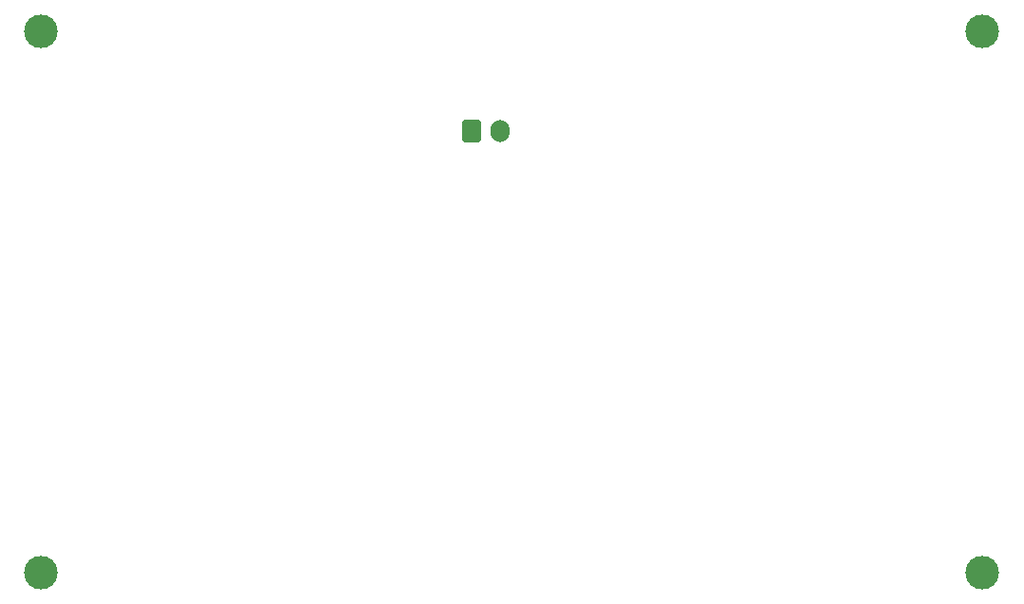
<source format=gbr>
%TF.GenerationSoftware,KiCad,Pcbnew,7.0.8*%
%TF.CreationDate,2023-10-17T13:28:15-07:00*%
%TF.ProjectId,Lab2Main,4c616232-4d61-4696-9e2e-6b696361645f,rev?*%
%TF.SameCoordinates,Original*%
%TF.FileFunction,Soldermask,Bot*%
%TF.FilePolarity,Negative*%
%FSLAX46Y46*%
G04 Gerber Fmt 4.6, Leading zero omitted, Abs format (unit mm)*
G04 Created by KiCad (PCBNEW 7.0.8) date 2023-10-17 13:28:15*
%MOMM*%
%LPD*%
G01*
G04 APERTURE LIST*
G04 Aperture macros list*
%AMRoundRect*
0 Rectangle with rounded corners*
0 $1 Rounding radius*
0 $2 $3 $4 $5 $6 $7 $8 $9 X,Y pos of 4 corners*
0 Add a 4 corners polygon primitive as box body*
4,1,4,$2,$3,$4,$5,$6,$7,$8,$9,$2,$3,0*
0 Add four circle primitives for the rounded corners*
1,1,$1+$1,$2,$3*
1,1,$1+$1,$4,$5*
1,1,$1+$1,$6,$7*
1,1,$1+$1,$8,$9*
0 Add four rect primitives between the rounded corners*
20,1,$1+$1,$2,$3,$4,$5,0*
20,1,$1+$1,$4,$5,$6,$7,0*
20,1,$1+$1,$6,$7,$8,$9,0*
20,1,$1+$1,$8,$9,$2,$3,0*%
G04 Aperture macros list end*
%ADD10RoundRect,0.250000X-0.600000X-0.750000X0.600000X-0.750000X0.600000X0.750000X-0.600000X0.750000X0*%
%ADD11O,1.700000X2.000000*%
%ADD12C,3.000000*%
G04 APERTURE END LIST*
D10*
%TO.C,J1*%
X157707500Y-82540000D03*
D11*
X160207500Y-82540000D03*
%TD*%
D12*
%TO.C,REF\u002A\u002A*%
X203200000Y-121920000D03*
%TD*%
%TO.C,REF\u002A\u002A*%
X119380000Y-73660000D03*
%TD*%
%TO.C,REF\u002A\u002A*%
X203200000Y-73660000D03*
%TD*%
%TO.C,REF\u002A\u002A*%
X119380000Y-121920000D03*
%TD*%
M02*

</source>
